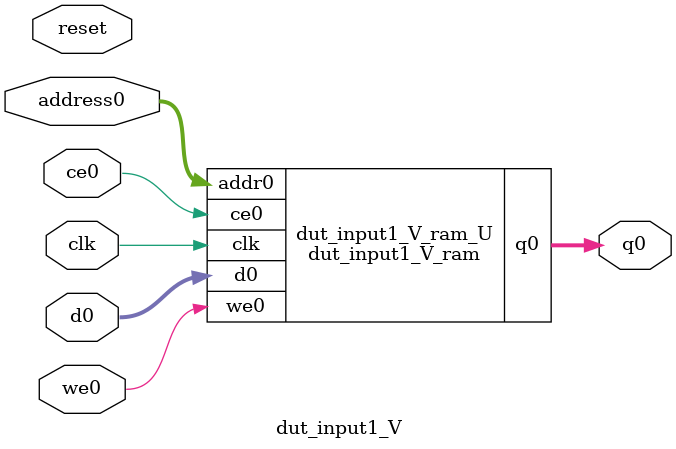
<source format=v>
`timescale 1 ns / 1 ps
module dut_input1_V_ram (addr0, ce0, d0, we0, q0,  clk);

parameter DWIDTH = 6;
parameter AWIDTH = 15;
parameter MEM_SIZE = 32768;

input[AWIDTH-1:0] addr0;
input ce0;
input[DWIDTH-1:0] d0;
input we0;
output reg[DWIDTH-1:0] q0;
input clk;

(* ram_style = "block" *)reg [DWIDTH-1:0] ram[0:MEM_SIZE-1];




always @(posedge clk)  
begin 
    if (ce0) begin
        if (we0) 
            ram[addr0] <= d0; 
        q0 <= ram[addr0];
    end
end


endmodule

`timescale 1 ns / 1 ps
module dut_input1_V(
    reset,
    clk,
    address0,
    ce0,
    we0,
    d0,
    q0);

parameter DataWidth = 32'd6;
parameter AddressRange = 32'd32768;
parameter AddressWidth = 32'd15;
input reset;
input clk;
input[AddressWidth - 1:0] address0;
input ce0;
input we0;
input[DataWidth - 1:0] d0;
output[DataWidth - 1:0] q0;



dut_input1_V_ram dut_input1_V_ram_U(
    .clk( clk ),
    .addr0( address0 ),
    .ce0( ce0 ),
    .we0( we0 ),
    .d0( d0 ),
    .q0( q0 ));

endmodule


</source>
